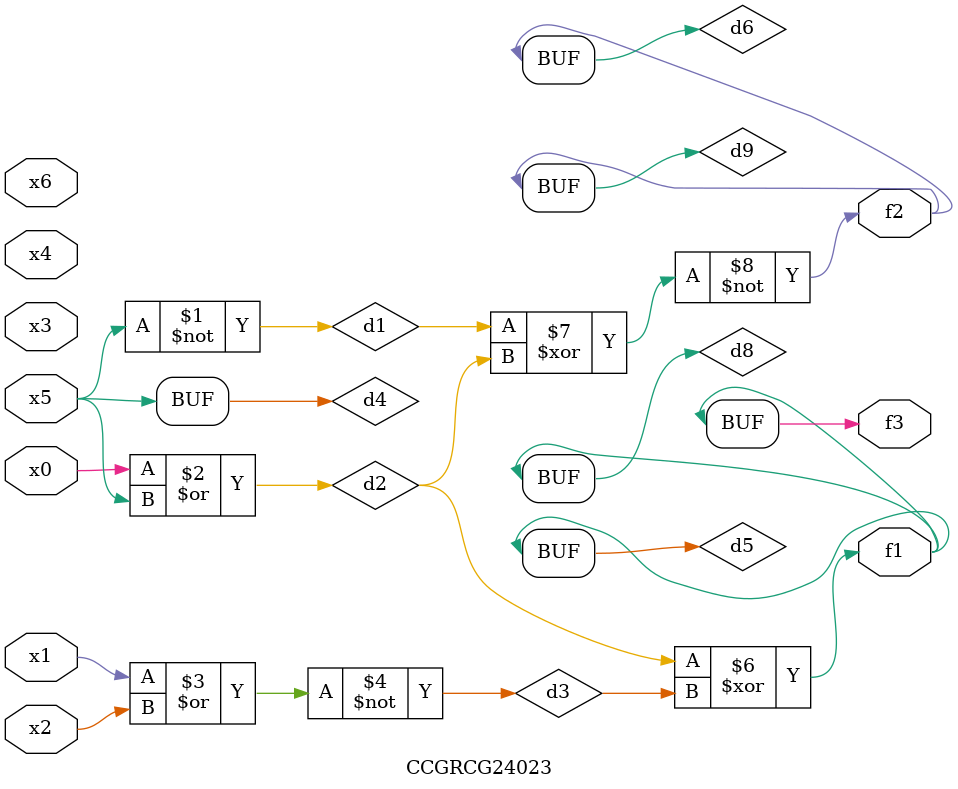
<source format=v>
module CCGRCG24023(
	input x0, x1, x2, x3, x4, x5, x6,
	output f1, f2, f3
);

	wire d1, d2, d3, d4, d5, d6, d7, d8, d9;

	nand (d1, x5);
	or (d2, x0, x5);
	nor (d3, x1, x2);
	xnor (d4, d1);
	xor (d5, d2, d3);
	xnor (d6, d1, d2);
	not (d7, x4);
	buf (d8, d5);
	xor (d9, d6);
	assign f1 = d8;
	assign f2 = d9;
	assign f3 = d8;
endmodule

</source>
